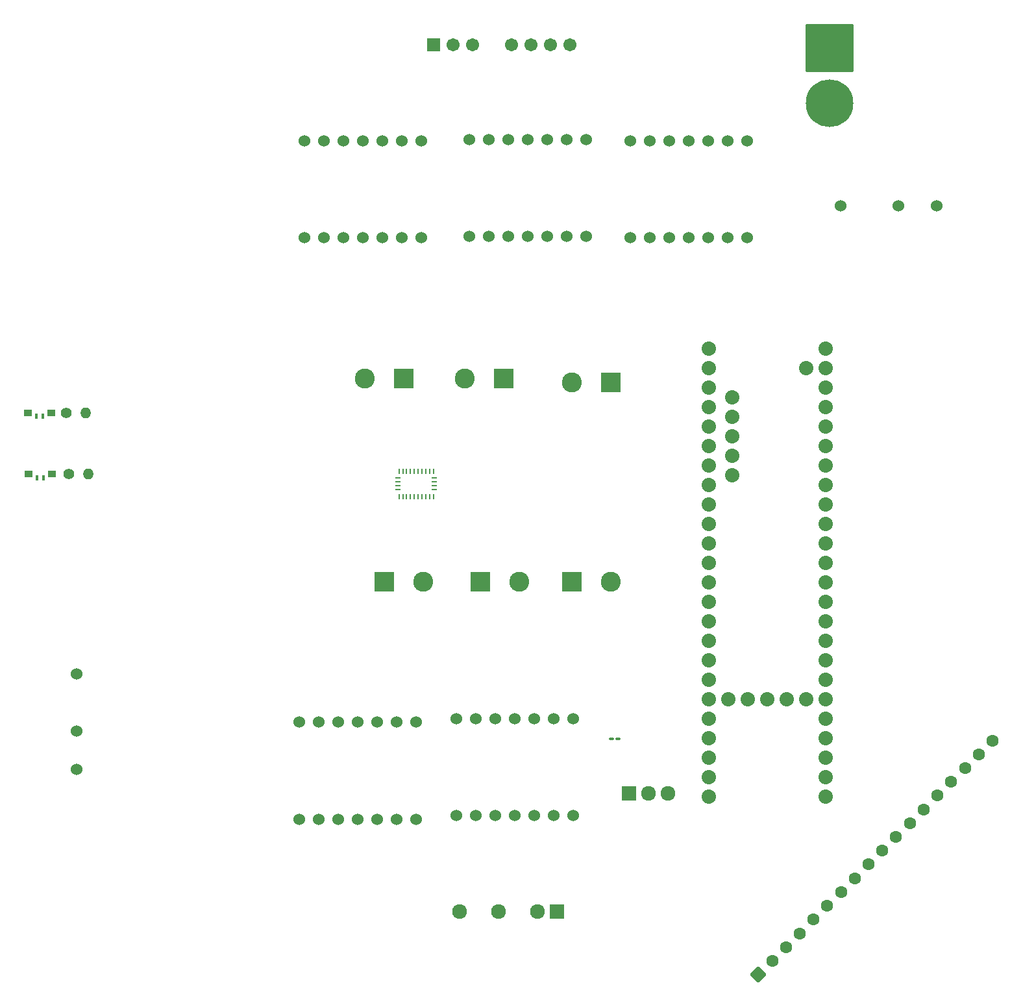
<source format=gts>
%TF.GenerationSoftware,KiCad,Pcbnew,8.0.5*%
%TF.CreationDate,2024-11-10T17:02:08-05:00*%
%TF.ProjectId,RoboCup25PCBv1,526f626f-4375-4703-9235-50434276312e,rev?*%
%TF.SameCoordinates,Original*%
%TF.FileFunction,Soldermask,Top*%
%TF.FilePolarity,Negative*%
%FSLAX46Y46*%
G04 Gerber Fmt 4.6, Leading zero omitted, Abs format (unit mm)*
G04 Created by KiCad (PCBNEW 8.0.5) date 2024-11-10 17:02:08*
%MOMM*%
%LPD*%
G01*
G04 APERTURE LIST*
G04 Aperture macros list*
%AMRoundRect*
0 Rectangle with rounded corners*
0 $1 Rounding radius*
0 $2 $3 $4 $5 $6 $7 $8 $9 X,Y pos of 4 corners*
0 Add a 4 corners polygon primitive as box body*
4,1,4,$2,$3,$4,$5,$6,$7,$8,$9,$2,$3,0*
0 Add four circle primitives for the rounded corners*
1,1,$1+$1,$2,$3*
1,1,$1+$1,$4,$5*
1,1,$1+$1,$6,$7*
1,1,$1+$1,$8,$9*
0 Add four rect primitives between the rounded corners*
20,1,$1+$1,$2,$3,$4,$5,0*
20,1,$1+$1,$4,$5,$6,$7,0*
20,1,$1+$1,$6,$7,$8,$9,0*
20,1,$1+$1,$8,$9,$2,$3,0*%
G04 Aperture macros list end*
%ADD10RoundRect,0.102000X-1.200000X-1.200000X1.200000X-1.200000X1.200000X1.200000X-1.200000X1.200000X0*%
%ADD11C,2.604000*%
%ADD12C,1.524000*%
%ADD13R,1.920000X1.920000*%
%ADD14C,1.920000*%
%ADD15RoundRect,0.102000X0.862500X0.862500X-0.862500X0.862500X-0.862500X-0.862500X0.862500X-0.862500X0*%
%ADD16C,1.929000*%
%ADD17RoundRect,0.102000X1.200000X1.200000X-1.200000X1.200000X-1.200000X-1.200000X1.200000X-1.200000X0*%
%ADD18R,0.254000X0.675000*%
%ADD19R,0.675000X0.254000*%
%ADD20C,1.400000*%
%ADD21O,1.400000X1.400000*%
%ADD22RoundRect,0.102000X-0.754000X-0.754000X0.754000X-0.754000X0.754000X0.754000X-0.754000X0.754000X0*%
%ADD23C,1.712000*%
%ADD24R,1.000000X0.900000*%
%ADD25R,0.400000X0.800000*%
%ADD26C,1.869000*%
%ADD27RoundRect,0.100000X-0.217500X-0.100000X0.217500X-0.100000X0.217500X0.100000X-0.217500X0.100000X0*%
%ADD28C,6.204000*%
%ADD29RoundRect,0.102000X-3.000000X3.000000X-3.000000X-3.000000X3.000000X-3.000000X3.000000X3.000000X0*%
%ADD30RoundRect,0.102000X0.000000X-0.988535X0.988535X0.000000X0.000000X0.988535X-0.988535X0.000000X0*%
%ADD31C,1.602000*%
G04 APERTURE END LIST*
D10*
%TO.C,J2*%
X332920000Y-201000000D03*
D11*
X338000000Y-201000000D03*
%TD*%
D12*
%TO.C,DRV8874_Carrier_Board3*%
X317840000Y-231500000D03*
X320380000Y-231500000D03*
X322920000Y-231500000D03*
X325460000Y-231500000D03*
X328000000Y-231500000D03*
X330540000Y-231500000D03*
X333080000Y-231500000D03*
X333080000Y-218840000D03*
X330540000Y-218840000D03*
X328000000Y-218840000D03*
X325460000Y-218840000D03*
X322920000Y-218840000D03*
X320380000Y-218840000D03*
X317840000Y-218840000D03*
%TD*%
%TO.C,SW2*%
X268335000Y-220525000D03*
X268335000Y-213025000D03*
X268335000Y-225525000D03*
%TD*%
D13*
%TO.C,Q1*%
X340360000Y-228600000D03*
D14*
X342900000Y-228600000D03*
X345440000Y-228600000D03*
%TD*%
D15*
%TO.C,PS2*%
X331000000Y-244000000D03*
D16*
X328460000Y-244000000D03*
X323380000Y-244000000D03*
X318300000Y-244000000D03*
%TD*%
D12*
%TO.C,DRV8874_Carrier_Board5*%
X334740000Y-143340000D03*
X332200000Y-143340000D03*
X329660000Y-143340000D03*
X327120000Y-143340000D03*
X324580000Y-143340000D03*
X322040000Y-143340000D03*
X319500000Y-143340000D03*
X319500000Y-156000000D03*
X322040000Y-156000000D03*
X324580000Y-156000000D03*
X327120000Y-156000000D03*
X329660000Y-156000000D03*
X332200000Y-156000000D03*
X334740000Y-156000000D03*
%TD*%
%TO.C,SW1*%
X375500000Y-152000000D03*
X368000000Y-152000000D03*
X380500000Y-152000000D03*
%TD*%
D17*
%TO.C,J7*%
X311000000Y-174500000D03*
D11*
X305920000Y-174500000D03*
%TD*%
D10*
%TO.C,J3*%
X308420000Y-201000000D03*
D11*
X313500000Y-201000000D03*
%TD*%
D18*
%TO.C,U6*%
X310362500Y-186587500D03*
D19*
X310225000Y-187500000D03*
X310225000Y-188000000D03*
X310225000Y-188500000D03*
X310225000Y-189000000D03*
D18*
X310362500Y-189912500D03*
X310862500Y-189912500D03*
X311362500Y-189912500D03*
X311862500Y-189912500D03*
X312362500Y-189912500D03*
X312862500Y-189912500D03*
X313362500Y-189912500D03*
X313862500Y-189912500D03*
X314362500Y-189912500D03*
X314862500Y-189912500D03*
D19*
X315000000Y-189000000D03*
X315000000Y-188500000D03*
X315000000Y-188000000D03*
X315000000Y-187500000D03*
D18*
X314862500Y-186587500D03*
X314362500Y-186587500D03*
X313862500Y-186587500D03*
X313362500Y-186587500D03*
X312862500Y-186587500D03*
X312362500Y-186587500D03*
X311862500Y-186587500D03*
X311362500Y-186587500D03*
X310862500Y-186587500D03*
%TD*%
D12*
%TO.C,DRV8874_Carrier_Board2*%
X297340000Y-232000000D03*
X299880000Y-232000000D03*
X302420000Y-232000000D03*
X304960000Y-232000000D03*
X307500000Y-232000000D03*
X310040000Y-232000000D03*
X312580000Y-232000000D03*
X312580000Y-219340000D03*
X310040000Y-219340000D03*
X307500000Y-219340000D03*
X304960000Y-219340000D03*
X302420000Y-219340000D03*
X299880000Y-219340000D03*
X297340000Y-219340000D03*
%TD*%
D20*
%TO.C,R1*%
X266960000Y-179000000D03*
D21*
X269500000Y-179000000D03*
%TD*%
D22*
%TO.C,PS1*%
X314920000Y-131000000D03*
D23*
X317460000Y-131000000D03*
X320000000Y-131000000D03*
X325080000Y-131000000D03*
X327620000Y-131000000D03*
X330160000Y-131000000D03*
X332700000Y-131000000D03*
%TD*%
D12*
%TO.C,DRV8874_Carrier_Board4*%
X355780000Y-143500000D03*
X353240000Y-143500000D03*
X350700000Y-143500000D03*
X348160000Y-143500000D03*
X345620000Y-143500000D03*
X343080000Y-143500000D03*
X340540000Y-143500000D03*
X340540000Y-156160000D03*
X343080000Y-156160000D03*
X345620000Y-156160000D03*
X348160000Y-156160000D03*
X350700000Y-156160000D03*
X353240000Y-156160000D03*
X355780000Y-156160000D03*
%TD*%
D24*
%TO.C,D3*%
X262067500Y-187000000D03*
X265067500Y-187000000D03*
D25*
X263967500Y-187450000D03*
X263167500Y-187450000D03*
%TD*%
D26*
%TO.C,IC1*%
X350760000Y-175720000D03*
X350760000Y-178260000D03*
X350760000Y-180800000D03*
X350760000Y-183340000D03*
X350760000Y-185880000D03*
X350760000Y-188420000D03*
X350760000Y-190960000D03*
X350760000Y-193500000D03*
X350760000Y-196040000D03*
X350760000Y-198580000D03*
X350760000Y-201120000D03*
X350760000Y-203660000D03*
X366000000Y-203660000D03*
X366000000Y-201120000D03*
X366000000Y-198580000D03*
X366000000Y-196040000D03*
X366000000Y-193500000D03*
X366000000Y-190960000D03*
X366000000Y-188420000D03*
X366000000Y-185880000D03*
X366000000Y-183340000D03*
X366000000Y-180800000D03*
X366000000Y-178260000D03*
X350760000Y-208740000D03*
X350760000Y-211280000D03*
X350760000Y-213820000D03*
X350760000Y-216360000D03*
X350760000Y-218900000D03*
X350760000Y-221440000D03*
X350760000Y-223980000D03*
X350760000Y-226520000D03*
X350760000Y-229060000D03*
X366000000Y-229060000D03*
X366000000Y-226520000D03*
X366000000Y-223980000D03*
X366000000Y-221440000D03*
X366000000Y-218900000D03*
X366000000Y-216360000D03*
X366000000Y-213820000D03*
X366000000Y-211280000D03*
X366000000Y-208740000D03*
X350760000Y-206200000D03*
X353300000Y-216360000D03*
X355840000Y-216360000D03*
X358380000Y-216360000D03*
X360920000Y-216360000D03*
X363460000Y-216360000D03*
X353810000Y-187150000D03*
X353810000Y-184610000D03*
X353810000Y-182070000D03*
X353810000Y-179530000D03*
X353810000Y-176990000D03*
X366000000Y-175720000D03*
X366000000Y-170640000D03*
X350760000Y-173180000D03*
X363460000Y-173180000D03*
X366000000Y-206200000D03*
X366000000Y-173180000D03*
X350760000Y-170640000D03*
%TD*%
D12*
%TO.C,DRV8874_Carrier_Board1*%
X313280000Y-143500000D03*
X310740000Y-143500000D03*
X308200000Y-143500000D03*
X305660000Y-143500000D03*
X303120000Y-143500000D03*
X300580000Y-143500000D03*
X298040000Y-143500000D03*
X298040000Y-156160000D03*
X300580000Y-156160000D03*
X303120000Y-156160000D03*
X305660000Y-156160000D03*
X308200000Y-156160000D03*
X310740000Y-156160000D03*
X313280000Y-156160000D03*
%TD*%
D27*
%TO.C,C1*%
X338092500Y-221500000D03*
X338907500Y-221500000D03*
%TD*%
D28*
%TO.C,J1*%
X366500000Y-138600000D03*
D29*
X366500000Y-131400000D03*
%TD*%
D10*
%TO.C,J4*%
X321000000Y-201000000D03*
D11*
X326080000Y-201000000D03*
%TD*%
D20*
%TO.C,R2*%
X267280000Y-187000000D03*
D21*
X269820000Y-187000000D03*
%TD*%
D30*
%TO.C,J8*%
X357243465Y-252256535D03*
D31*
X359039516Y-250460484D03*
X360835567Y-248664433D03*
X362631618Y-246868382D03*
X364427669Y-245072331D03*
X366223721Y-243276279D03*
X368019772Y-241480228D03*
X369815823Y-239684177D03*
X371611874Y-237888126D03*
X373407926Y-236092074D03*
X375203977Y-234296023D03*
X377000028Y-232499972D03*
X378796079Y-230703921D03*
X380592131Y-228907869D03*
X382388182Y-227111818D03*
X384184233Y-225315767D03*
X385980284Y-223519716D03*
X387776335Y-221723665D03*
%TD*%
D24*
%TO.C,D2*%
X262000000Y-179000000D03*
X265000000Y-179000000D03*
D25*
X263900000Y-179450000D03*
X263100000Y-179450000D03*
%TD*%
D17*
%TO.C,J5*%
X338000000Y-175000000D03*
D11*
X332920000Y-175000000D03*
%TD*%
D17*
%TO.C,J6*%
X324000000Y-174500000D03*
D11*
X318920000Y-174500000D03*
%TD*%
M02*

</source>
